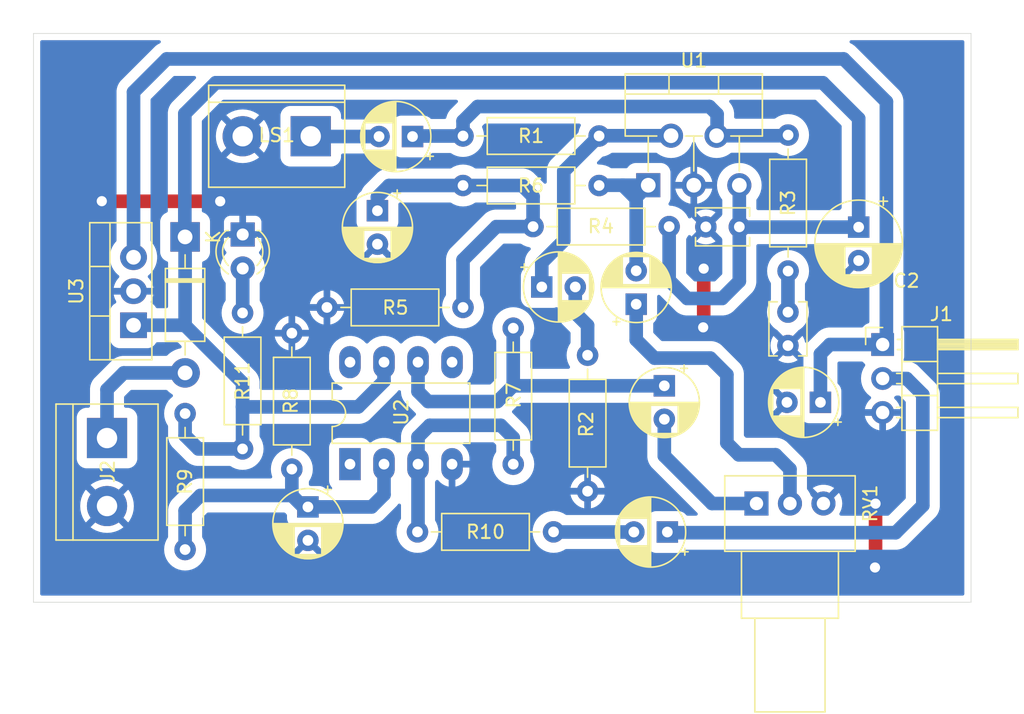
<source format=kicad_pcb>
(kicad_pcb (version 20240108) (generator "pcbnew") (generator_version "8.0")
  (layers (0 "F.Cu" signal) (31 "B.Cu" signal) (34 "B.Paste" user) (35 "F.Paste" user) (36 "B.SilkS" user "B.Silkscreen") (37 "F.SilkS" user "F.Silkscreen") (38 "B.Mask" user) (39 "F.Mask" user) (44 "Edge.Cuts" user))
  (net 0 "")
  (net 1 "Net-(U1--)")
  (net 2 "Net-(C1-Pad2)")
  (net 3 "GND")
  (net 4 "+12V")
  (net 5 "Net-(C4-Pad1)")
  (net 6 "Net-(C5-Pad1)")
  (net 7 "Net-(C6-Pad1)")
  (net 8 "Net-(C6-Pad2)")
  (net 9 "Net-(U1-+)")
  (net 10 "Net-(C7-Pad1)")
  (net 11 "Net-(C8-Pad2)")
  (net 12 "Net-(C8-Pad1)")
  (net 13 "Net-(U2--)")
  (net 14 "Net-(J1-Pin_2)")
  (net 15 "Net-(C10-Pad2)")
  (net 16 "+9V")
  (net 17 "Net-(D1-A)")
  (net 18 "Net-(D2-A)")
  (net 19 "Net-(U2-+)")
  (footprint "Capacitor_THT:CP_Radial_D5.0mm_P2.50mm" (layer "F.Cu") (at 173.3 80.2 180)
    (property "Reference" "C6" (hide yes))
    (property "Value" "1000uF")
    (pad "1" thru_hole rect (at 0 0 180) (size 1.6 1.6) (drill 0.8) (layers "*.Cu" "*.Mask") (net 7 "Net-(C6-Pad1)"))
    (pad "2" thru_hole circle (at 2.5 0 180) (size 1.6 1.6) (drill 0.8) (layers "*.Cu" "*.Mask") (net 8 "Net-(C6-Pad2)"))
  )
  (footprint "Resistor_THT:R_Axial_DIN0207_L6.3mm_D2.5mm_P10.16mm_Horizontal" (layer "F.Cu") (at 177.07 83.86)
    (property "Reference" "R6" (at 5.07 0.01 0) (layer "F.SilkS"))
    (property "Value" "22k")
    (pad "1" thru_hole circle (at 0 0) (size 1.6 1.6) (drill 0.8) (layers "*.Cu" "*.Mask") (net 5 "Net-(C4-Pad1)"))
    (pad "2" thru_hole oval (at 10.16 0) (size 1.6 1.6) (drill 0.8) (layers "*.Cu" "*.Mask") (net 9 "Net-(U1-+)"))
  )
  (footprint "Capacitor_THT:CP_Radial_D5.0mm_P2.50mm" (layer "F.Cu") (at 182.95 91.44)
    (property "Reference" "C1" (hide yes))
    (property "Value" "22uF")
    (pad "1" thru_hole rect (at 0 0) (size 1.6 1.6) (drill 0.8) (layers "*.Cu" "*.Mask") (net 1 "Net-(U1--)"))
    (pad "2" thru_hole circle (at 2.5 0) (size 1.6 1.6) (drill 0.8) (layers "*.Cu" "*.Mask") (net 2 "Net-(C1-Pad2)"))
  )
  (footprint "Resistor_THT:R_Axial_DIN0207_L6.3mm_D2.5mm_P10.16mm_Horizontal" (layer "F.Cu") (at 192.46 86.93 180)
    (property "Reference" "R4" (at 5.1 0.02 180) (layer "F.SilkS"))
    (property "Value" "22k")
    (pad "1" thru_hole circle (at 0 0 180) (size 1.6 1.6) (drill 0.8) (layers "*.Cu" "*.Mask") (net 4 "+12V"))
    (pad "2" thru_hole oval (at 10.16 0 180) (size 1.6 1.6) (drill 0.8) (layers "*.Cu" "*.Mask") (net 5 "Net-(C4-Pad1)"))
  )
  (footprint "Resistor_THT:R_Axial_DIN0207_L6.3mm_D2.5mm_P10.16mm_Horizontal" (layer "F.Cu") (at 180.82 104.68 90)
    (property "Reference" "R7" (at 5.14 0.04 270) (layer "F.SilkS"))
    (property "Value" "100k")
    (pad "1" thru_hole circle (at 0 0 90) (size 1.6 1.6) (drill 0.8) (layers "*.Cu" "*.Mask") (net 19 "Net-(U2-+)"))
    (pad "2" thru_hole oval (at 10.16 0 90) (size 1.6 1.6) (drill 0.8) (layers "*.Cu" "*.Mask") (net 12 "Net-(C8-Pad1)"))
  )
  (footprint "Resistor_THT:R_Axial_DIN0207_L6.3mm_D2.5mm_P10.16mm_Horizontal" (layer "F.Cu") (at 183.83 109.74 180)
    (property "Reference" "R10" (at 5.08 0 180) (layer "F.SilkS"))
    (property "Value" "22k")
    (pad "1" thru_hole circle (at 0 0 180) (size 1.6 1.6) (drill 0.8) (layers "*.Cu" "*.Mask") (net 15 "Net-(C10-Pad2)"))
    (pad "2" thru_hole oval (at 10.16 0 180) (size 1.6 1.6) (drill 0.8) (layers "*.Cu" "*.Mask") (net 19 "Net-(U2-+)"))
  )
  (footprint "Capacitor_THT:CP_Radial_D5.0mm_P2.50mm" (layer "F.Cu") (at 190 92.73 90)
    (property "Reference" "C7" (hide yes))
    (property "Value" "2.2uF")
    (pad "1" thru_hole rect (at 0 0 90) (size 1.6 1.6) (drill 0.8) (layers "*.Cu" "*.Mask") (net 10 "Net-(C7-Pad1)"))
    (pad "2" thru_hole circle (at 2.5 0 90) (size 1.6 1.6) (drill 0.8) (layers "*.Cu" "*.Mask") (net 9 "Net-(U1-+)"))
  )
  (footprint "Connector_PinHeader_2.54mm:PinHeader_1x03_P2.54mm_Horizontal" (layer "F.Cu") (at 208.4 95.74)
    (property "Reference" "J1" (at 4.385 -2.27 0) (layer "F.SilkS"))
    (property "Value" "MIC")
    (pad "1" thru_hole rect (at 0 0) (size 1.7 1.7) (drill 1) (layers "*.Cu" "*.Mask") (net 16 "+9V"))
    (pad "2" thru_hole oval (at 0 2.54) (size 1.7 1.7) (drill 1) (layers "*.Cu" "*.Mask") (net 14 "Net-(J1-Pin_2)"))
    (pad "3" thru_hole oval (at 0 5.08) (size 1.7 1.7) (drill 1) (layers "*.Cu" "*.Mask") (net 3 "GND"))
  )
  (footprint "Resistor_THT:R_Axial_DIN0207_L6.3mm_D2.5mm_P10.16mm_Horizontal" (layer "F.Cu") (at 156.32 100.9 -90)
    (property "Reference" "R9" (at 5.08 0 90) (layer "F.SilkS"))
    (property "Value" "47k")
    (pad "1" thru_hole circle (at 0 0 270) (size 1.6 1.6) (drill 0.8) (layers "*.Cu" "*.Mask") (net 4 "+12V"))
    (pad "2" thru_hole oval (at 10.16 0 270) (size 1.6 1.6) (drill 0.8) (layers "*.Cu" "*.Mask") (net 13 "Net-(U2--)"))
  )
  (footprint "Resistor_THT:R_Axial_DIN0207_L6.3mm_D2.5mm_P10.16mm_Horizontal" (layer "F.Cu") (at 186.37 96.54 -90)
    (property "Reference" "R2" (at 5.16 0.1 90) (layer "F.SilkS"))
    (property "Value" "680")
    (pad "1" thru_hole circle (at 0 0 270) (size 1.6 1.6) (drill 0.8) (layers "*.Cu" "*.Mask") (net 2 "Net-(C1-Pad2)"))
    (pad "2" thru_hole oval (at 10.16 0 270) (size 1.6 1.6) (drill 0.8) (layers "*.Cu" "*.Mask") (net 3 "GND"))
  )
  (footprint "Resistor_THT:R_Axial_DIN0207_L6.3mm_D2.5mm_P10.16mm_Horizontal" (layer "F.Cu") (at 160.61 93.38 -90)
    (property "Reference" "R11" (at 5.11 0 90) (layer "F.SilkS"))
    (property "Value" "1k")
    (pad "1" thru_hole circle (at 0 0 270) (size 1.6 1.6) (drill 0.8) (layers "*.Cu" "*.Mask") (net 18 "Net-(D2-A)"))
    (pad "2" thru_hole oval (at 10.16 0 270) (size 1.6 1.6) (drill 0.8) (layers "*.Cu" "*.Mask") (net 4 "+12V"))
  )
  (footprint "Capacitor_THT:C_Disc_D3.8mm_W2.6mm_P2.50mm" (layer "F.Cu") (at 195.2 86.95)
    (property "Reference" "C3" (hide yes))
    (property "Value" "100nF")
    (pad "1" thru_hole circle (at 0 0) (size 1.6 1.6) (drill 0.8) (layers "*.Cu" "*.Mask") (net 3 "GND"))
    (pad "2" thru_hole circle (at 2.5 0) (size 1.6 1.6) (drill 0.8) (layers "*.Cu" "*.Mask") (net 4 "+12V"))
  )
  (footprint "Capacitor_THT:CP_Radial_D5.0mm_P2.50mm" (layer "F.Cu") (at 170.68 85.744888 -90)
    (property "Reference" "C4" (hide yes))
    (property "Value" "100uF")
    (pad "1" thru_hole rect (at 0 0 270) (size 1.6 1.6) (drill 0.8) (layers "*.Cu" "*.Mask") (net 5 "Net-(C4-Pad1)"))
    (pad "2" thru_hole circle (at 2.5 0 270) (size 1.6 1.6) (drill 0.8) (layers "*.Cu" "*.Mask") (net 3 "GND"))
  )
  (footprint "Capacitor_THT:CP_Radial_D6.3mm_P2.50mm" (layer "F.Cu") (at 206.61 86.97 -90)
    (property "Reference" "C2" (at 4.01 -3.57 180) (layer "F.SilkS"))
    (property "Value" "1000uF")
    (pad "1" thru_hole rect (at 0 0 270) (size 1.6 1.6) (drill 0.8) (layers "*.Cu" "*.Mask") (net 4 "+12V"))
    (pad "2" thru_hole circle (at 2.5 0 270) (size 1.6 1.6) (drill 0.8) (layers "*.Cu" "*.Mask") (net 3 "GND"))
  )
  (footprint "Resistor_THT:R_Axial_DIN0207_L6.3mm_D2.5mm_P10.16mm_Horizontal" (layer "F.Cu") (at 177.07 92.97 180)
    (property "Reference" "R5" (at 5.05 -0.02 180) (layer "F.SilkS"))
    (property "Value" "22k")
    (pad "1" thru_hole circle (at 0 0 180) (size 1.6 1.6) (drill 0.8) (layers "*.Cu" "*.Mask") (net 5 "Net-(C4-Pad1)"))
    (pad "2" thru_hole oval (at 10.16 0 180) (size 1.6 1.6) (drill 0.8) (layers "*.Cu" "*.Mask") (net 3 "GND"))
  )
  (footprint "Resistor_THT:R_Axial_DIN0207_L6.3mm_D2.5mm_P10.16mm_Horizontal" (layer "F.Cu") (at 177.07 80.16)
    (property "Reference" "R1" (at 5.08 0 360) (layer "F.SilkS"))
    (property "Value" "22k")
    (pad "1" thru_hole circle (at 0 0) (size 1.6 1.6) (drill 0.8) (layers "*.Cu" "*.Mask") (net 7 "Net-(C6-Pad1)"))
    (pad "2" thru_hole oval (at 10.16 0) (size 1.6 1.6) (drill 0.8) (layers "*.Cu" "*.Mask") (net 1 "Net-(U1--)"))
  )
  (footprint "Capacitor_THT:CP_Radial_D5.0mm_P2.50mm" (layer "F.Cu") (at 165.49 107.874887 -90)
    (property "Reference" "C9" (hide yes))
    (property "Value" "0.1uF")
    (pad "1" thru_hole rect (at 0 0 270) (size 1.6 1.6) (drill 0.8) (layers "*.Cu" "*.Mask") (net 13 "Net-(U2--)"))
    (pad "2" thru_hole circle (at 2.5 0 270) (size 1.6 1.6) (drill 0.8) (layers "*.Cu" "*.Mask") (net 3 "GND"))
  )
  (footprint "Package_TO_SOT_THT:TO-220-3_Vertical" (layer "F.Cu") (at 152.47 94.3 90)
    (property "Reference" "U3" (at 2.54 -4.27 270) (layer "F.SilkS"))
    (property "Value" "LM7809_TO220")
    (pad "1" thru_hole rect (at 0 0 90) (size 1.905 2) (drill 1.1) (layers "*.Cu" "*.Mask") (net 4 "+12V"))
    (pad "2" thru_hole oval (at 2.54 0 90) (size 1.905 2) (drill 1.1) (layers "*.Cu" "*.Mask") (net 3 "GND"))
    (pad "3" thru_hole oval (at 5.08 0 90) (size 1.905 2) (drill 1.1) (layers "*.Cu" "*.Mask") (net 16 "+9V"))
  )
  (footprint "Resistor_THT:R_Axial_DIN0207_L6.3mm_D2.5mm_P10.16mm_Horizontal" (layer "F.Cu") (at 201.34 80.09 -90)
    (property "Reference" "R3" (at 5.08 0 90) (layer "F.SilkS"))
    (property "Value" "2.2")
    (pad "1" thru_hole circle (at 0 0 270) (size 1.6 1.6) (drill 0.8) (layers "*.Cu" "*.Mask") (net 7 "Net-(C6-Pad1)"))
    (pad "2" thru_hole oval (at 10.16 0 270) (size 1.6 1.6) (drill 0.8) (layers "*.Cu" "*.Mask") (net 6 "Net-(C5-Pad1)"))
  )
  (footprint "Package_TO_SOT_THT:TO-220-5_P3.4x3.7mm_StaggerOdd_Lead3.8mm_Vertical" (layer "F.Cu") (at 190.9 83.84)
    (property "Reference" "U1" (at 3.4 -9.32 0) (layer "F.SilkS"))
    (property "Value" "TDA2050")
    (pad "1" thru_hole rect (at 0 0) (size 1.8 1.8) (drill 1.1) (layers "*.Cu" "*.Mask") (net 9 "Net-(U1-+)"))
    (pad "2" thru_hole oval (at 1.7 -3.7) (size 1.8 1.8) (drill 1.1) (layers "*.Cu" "*.Mask") (net 1 "Net-(U1--)"))
    (pad "3" thru_hole oval (at 3.4 0) (size 1.8 1.8) (drill 1.1) (layers "*.Cu" "*.Mask") (net 3 "GND"))
    (pad "4" thru_hole oval (at 5.1 -3.7) (size 1.8 1.8) (drill 1.1) (layers "*.Cu" "*.Mask") (net 7 "Net-(C6-Pad1)"))
    (pad "5" thru_hole oval (at 6.8 0) (size 1.8 1.8) (drill 1.1) (layers "*.Cu" "*.Mask") (net 4 "+12V"))
  )
  (footprint "Diode_THT:D_DO-41_SOD81_P10.16mm_Horizontal" (layer "F.Cu") (at 156.32 87.7 -90)
    (property "Reference" "D1" (hide yes))
    (property "Value" "1N4001")
    (fp_text user "K" (at 0 -2.1 90) (layer "F.SilkS"))
    (pad "1" thru_hole rect (at 0 0 270) (size 2.2 2.2) (drill 1.1) (layers "*.Cu" "*.Mask") (net 4 "+12V"))
    (pad "2" thru_hole oval (at 10.16 0 270) (size 2.2 2.2) (drill 1.1) (layers "*.Cu" "*.Mask") (net 17 "Net-(D1-A)"))
  )
  (footprint "Package_DIP:DIP-8_W7.62mm_LongPads" (layer "F.Cu") (at 168.63 104.68 90)
    (property "Reference" "U2" (at 3.88 3.83 270) (layer "F.SilkS"))
    (property "Value" "LM741")
    (pad "1" thru_hole rect (at 0 0 90) (size 2.4 1.6) (drill 0.8) (layers "*.Cu" "*.Mask"))
    (pad "2" thru_hole oval (at 0 2.54 90) (size 2.4 1.6) (drill 0.8) (layers "*.Cu" "*.Mask") (net 13 "Net-(U2--)"))
    (pad "3" thru_hole oval (at 0 5.08 90) (size 2.4 1.6) (drill 0.8) (layers "*.Cu" "*.Mask") (net 19 "Net-(U2-+)"))
    (pad "4" thru_hole oval (at 0 7.62 90) (size 2.4 1.6) (drill 0.8) (layers "*.Cu" "*.Mask") (net 3 "GND"))
    (pad "5" thru_hole oval (at 7.62 7.62 90) (size 2.4 1.6) (drill 0.8) (layers "*.Cu" "*.Mask"))
    (pad "6" thru_hole oval (at 7.62 5.08 90) (size 2.4 1.6) (drill 0.8) (layers "*.Cu" "*.Mask") (net 12 "Net-(C8-Pad1)"))
    (pad "7" thru_hole oval (at 7.62 2.54 90) (size 2.4 1.6) (drill 0.8) (layers "*.Cu" "*.Mask") (net 4 "+12V"))
    (pad "8" thru_hole oval (at 7.62 0 90) (size 2.4 1.6) (drill 0.8) (layers "*.Cu" "*.Mask"))
  )
  (footprint "LED_THT:LED_D3.0mm_Clear" (layer "F.Cu") (at 160.62 87.52 -90)
    (property "Reference" "D2" (hide yes))
    (property "Value" "LED")
    (pad "1" thru_hole rect (at 0 0 270) (size 1.8 1.8) (drill 0.9) (layers "*.Cu" "*.Mask") (net 3 "GND"))
    (pad "2" thru_hole circle (at 2.54 0 270) (size 1.8 1.8) (drill 0.9) (layers "*.Cu" "*.Mask") (net 18 "Net-(D2-A)"))
  )
  (footprint "Capacitor_THT:CP_Radial_D5.0mm_P2.50mm" (layer "F.Cu") (at 192.1 98.824888 -90)
    (property "Reference" "C8" (hide yes))
    (property "Value" "10uF")
    (pad "1" thru_hole rect (at 0 0 270) (size 1.6 1.6) (drill 0.8) (layers "*.Cu" "*.Mask") (net 12 "Net-(C8-Pad1)"))
    (pad "2" thru_hole circle (at 2.5 0 270) (size 1.6 1.6) (drill 0.8) (layers "*.Cu" "*.Mask") (net 11 "Net-(C8-Pad2)"))
  )
  (footprint "Capacitor_THT:C_Disc_D3.8mm_W2.6mm_P2.50mm" (layer "F.Cu") (at 201.33 93.32 -90)
    (property "Reference" "C5" (hide yes))
    (property "Value" "0.47uF")
    (pad "1" thru_hole circle (at 0 0 270) (size 1.6 1.6) (drill 0.8) (layers "*.Cu" "*.Mask") (net 6 "Net-(C5-Pad1)"))
    (pad "2" thru_hole circle (at 2.5 0 270) (size 1.6 1.6) (drill 0.8) (layers "*.Cu" "*.Mask") (net 3 "GND"))
  )
  (footprint "Capacitor_THT:CP_Radial_D5.0mm_P2.50mm" (layer "F.Cu") (at 192.325113 109.75 180)
    (property "Reference" "C10" (hide yes))
    (property "Value" "0.1uF")
    (pad "1" thru_hole rect (at 0 0 180) (size 1.6 1.6) (drill 0.8) (layers "*.Cu" "*.Mask") (net 14 "Net-(J1-Pin_2)"))
    (pad "2" thru_hole circle (at 2.5 0 180) (size 1.6 1.6) (drill 0.8) (layers "*.Cu" "*.Mask") (net 15 "Net-(C10-Pad2)"))
  )
  (footprint "TerminalBlock:TerminalBlock_bornier-2_P5.08mm" (layer "F.Cu") (at 150.49 102.73 -90)
    (property "Reference" "J2" (at 2.5 -0.06 90) (layer "F.SilkS"))
    (property "Value" "Power")
    (pad "1" thru_hole rect (at 0 0 270) (size 3 3) (drill 1.52) (layers "*.Cu" "*.Mask") (net 17 "Net-(D1-A)"))
    (pad "2" thru_hole circle (at 5.08 0 270) (size 3 3) (drill 1.52) (layers "*.Cu" "*.Mask") (net 3 "GND"))
  )
  (footprint "TerminalBlock:TerminalBlock_bornier-2_P5.08mm" (layer "F.Cu") (at 165.7 80.18 180)
    (property "Reference" "LS1" (at 2.54 0.08 180) (layer "F.SilkS"))
    (property "Value" "Speaker")
    (pad "1" thru_hole rect (at 0 0 180) (size 3 3) (drill 1.52) (layers "*.Cu" "*.Mask") (net 8 "Net-(C6-Pad2)"))
    (pad "2" thru_hole circle (at 5.08 0 180) (size 3 3) (drill 1.52) (layers "*.Cu" "*.Mask") (net 3 "GND"))
  )
  (footprint "Capacitor_THT:CP_Radial_D5.0mm_P2.50mm" (layer "F.Cu") (at 203.755113 100.06 180)
    (property "Reference" "C11" (hide yes))
    (property "Value" "100uF")
    (pad "1" thru_hole rect (at 0 0 180) (size 1.6 1.6) (drill 0.8) (layers "*.Cu" "*.Mask") (net 16 "+9V"))
    (pad "2" thru_hole circle (at 2.5 0 180) (size 1.6 1.6) (drill 0.8) (layers "*.Cu" "*.Mask") (net 3 "GND"))
  )
  (footprint "Potentiometer_THT:Potentiometer_Alps_RK09Y11_Single_Horizontal" (layer "F.Cu") (at 198.98 107.62 90)
    (property "Reference" "RV1" (at 0 8.5 -90) (layer "F.SilkS"))
    (property "Value" "10k")
    (pad "1" thru_hole rect (at 0 0 270) (size 1.8 1.8) (drill 1) (layers "*.Cu" "*.Mask") (net 11 "Net-(C8-Pad2)"))
    (pad "2" thru_hole circle (at 0 2.5 270) (size 1.8 1.8) (drill 1) (layers "*.Cu" "*.Mask") (net 10 "Net-(C7-Pad1)"))
    (pad "3" thru_hole circle (at 0 5 270) (size 1.8 1.8) (drill 1) (layers "*.Cu" "*.Mask") (net 3 "GND"))
  )
  (footprint "Resistor_THT:R_Axial_DIN0207_L6.3mm_D2.5mm_P10.16mm_Horizontal" (layer "F.Cu") (at 164.29 105.05 90)
    (property "Reference" "R8" (at 5.09 -0.08 270) (layer "F.SilkS"))
    (property "Value" "47k")
    (pad "1" thru_hole circle (at 0 0 90) (size 1.6 1.6) (drill 0.8) (layers "*.Cu" "*.Mask") (net 13 "Net-(U2--)"))
    (pad "2" thru_hole oval (at 10.16 0 90) (size 1.6 1.6) (drill 0.8) (layers "*.Cu" "*.Mask") (net 3 "GND"))
  )
  (gr_line (start 215 115) (end 145 115) (stroke (width 0.05)) (layer "Edge.Cuts"))
  (gr_line (start 215 72.5) (end 215 115) (stroke (width 0.05)) (layer "Edge.Cuts"))
  (gr_line (start 145 72.5) (end 215 72.5) (stroke (width 0.05)) (layer "Edge.Cuts"))
  (gr_line (start 145 115) (end 145 72.5) (stroke (width 0.05)) (layer "Edge.Cuts"))
  (segment (start 184.592577 87.981423) (end 182.95 89.624) (width 1.016) (layer "B.Cu") (net 1))
  (segment (start 182.95 89.624) (end 182.95 91.44) (width 1.016) (layer "B.Cu") (net 1))
  (segment (start 187.23 80.16) (end 184.592577 82.797423) (width 1.016) (layer "B.Cu") (net 1))
  (segment (start 187.25 80.14) (end 187.23 80.16) (width 1.016) (layer "B.Cu") (net 1))
  (segment (start 184.592577 82.797423) (end 184.592577 87.981423) (width 1.016) (layer "B.Cu") (net 1))
  (segment (start 192.6 80.14) (end 187.25 80.14) (width 1.016) (layer "B.Cu") (net 1))
  (segment (start 185.45 91.44) (end 185.45 93.39) (width 1.016) (layer "B.Cu") (net 2))
  (segment (start 186.37 94.31) (end 186.37 96.54) (width 1.016) (layer "B.Cu") (net 2))
  (segment (start 186.38 96.53) (end 186.37 96.54) (width 1.016) (layer "B.Cu") (net 2))
  (segment (start 185.45 93.39) (end 186.37 94.31) (width 1.016) (layer "B.Cu") (net 2))
  (segment (start 195.04 90.07) (end 195.04 94.419) (width 1.016) (layer "F.Cu") (net 3))
  (segment (start 207.87 107.63) (end 207.87 112.36) (width 1.016) (layer "F.Cu") (net 3))
  (segment (start 195.04 94.419) (end 195 94.459) (width 1.016) (layer "F.Cu") (net 3))
  (segment (start 150.11 85.04) (end 150.1 85.03) (width 1.016) (layer "F.Cu") (net 3))
  (segment (start 207.87 112.36) (end 207.83 112.4) (width 1.016) (layer "F.Cu") (net 3))
  (segment (start 158.94 85.04) (end 150.11 85.04) (width 1.016) (layer "F.Cu") (net 3))
  (via (at 195 94.459) (size 1.778) (drill 0.762) (layers "F.Cu" "B.Cu") (net 3))
  (via (at 207.83 112.4) (size 1.778) (drill 0.762) (layers "F.Cu" "B.Cu") (net 3))
  (via (at 195.04 90.07) (size 1.778) (drill 0.762) (layers "F.Cu" "B.Cu") (net 3))
  (via (at 150.1 85.03) (size 1.778) (drill 0.762) (layers "F.Cu" "B.Cu") (net 3))
  (via (at 158.94 85.04) (size 1.778) (drill 0.762) (layers "F.Cu" "B.Cu") (net 3))
  (via (at 207.87 107.63) (size 1.778) (drill 0.762) (layers "F.Cu" "B.Cu") (net 3))
  (segment (start 160.61 100.4) (end 160.61 103.54) (width 1.016) (layer "B.Cu") (net 4))
  (segment (start 171.17 97.06) (end 171.17 98.476) (width 1.016) (layer "B.Cu") (net 4))
  (segment (start 156.3 78.49) (end 156.3 87.68) (width 1.016) (layer "B.Cu") (net 4))
  (segment (start 197.72 86.97) (end 197.7 86.95) (width 1.016) (layer "B.Cu") (net 4))
  (segment (start 192.46 90.95) (end 193.81 92.3) (width 1.016) (layer "B.Cu") (net 4))
  (segment (start 158.608 76.182) (end 156.3 78.49) (width 1.016) (layer "B.Cu") (net 4))
  (segment (start 196.41 92.3) (end 197.7 91.01) (width 1.016) (layer "B.Cu") (net 4))
  (segment (start 156.3 94.3) (end 152.47 94.3) (width 1.016) (layer "B.Cu") (net 4))
  (segment (start 206.61 78.86) (end 203.932 76.182) (width 1.016) (layer "B.Cu") (net 4))
  (segment (start 160.61 103.54) (end 157.31 103.54) (width 1.016) (layer "B.Cu") (net 4))
  (segment (start 160.61 98.61) (end 160.61 100.4) (width 1.016) (layer "B.Cu") (net 4))
  (segment (start 156.42 94.42) (end 156.32 94.32) (width 1.016) (layer "B.Cu") (net 4))
  (segment (start 206.61 86.97) (end 197.72 86.97) (width 1.016) (layer "B.Cu") (net 4))
  (segment (start 156.42 94.42) (end 160.61 98.61) (width 1.016) (layer "B.Cu") (net 4))
  (segment (start 193.81 92.3) (end 196.41 92.3) (width 1.016) (layer "B.Cu") (net 4))
  (segment (start 171.17 98.476) (end 169.246 100.4) (width 1.016) (layer "B.Cu") (net 4))
  (segment (start 206.61 86.97) (end 206.61 78.86) (width 1.016) (layer "B.Cu") (net 4))
  (segment (start 156.32 94.32) (end 156.32 87.7) (width 1.016) (layer "B.Cu") (net 4))
  (segment (start 156.32 94.32) (end 156.3 94.3) (width 1.016) (layer "B.Cu") (net 4))
  (segment (start 192.46 86.93) (end 192.46 90.95) (width 1.016) (layer "B.Cu") (net 4))
  (segment (start 197.7 91.01) (end 197.7 86.95) (width 1.016) (layer "B.Cu") (net 4))
  (segment (start 203.932 76.182) (end 158.608 76.182) (width 1.016) (layer "B.Cu") (net 4))
  (segment (start 156.32 102.55) (end 156.32 100.9) (width 1.016) (layer "B.Cu") (net 4))
  (segment (start 156.3 87.68) (end 156.32 87.7) (width 1.016) (layer "B.Cu") (net 4))
  (segment (start 197.7 83.84) (end 197.7 86.95) (width 1.016) (layer "B.Cu") (net 4))
  (segment (start 169.246 100.4) (end 160.61 100.4) (width 1.016) (layer "B.Cu") (net 4))
  (segment (start 157.31 103.54) (end 156.32 102.55) (width 1.016) (layer "B.Cu") (net 4))
  (segment (start 177.07 83.86) (end 171.54 83.86) (width 1.016) (layer "B.Cu") (net 5))
  (segment (start 177.05 92.95) (end 177.07 92.97) (width 1.016) (layer "B.Cu") (net 5))
  (segment (start 182.3 86.93) (end 179.56 86.93) (width 1.016) (layer "B.Cu") (net 5))
  (segment (start 182.3 84.68) (end 182.3 86.93) (width 1.016) (layer "B.Cu") (net 5))
  (segment (start 179.56 86.93) (end 177.07 89.42) (width 1.016) (layer "B.Cu") (net 5))
  (segment (start 177.07 83.86) (end 181.48 83.86) (width 1.016) (layer "B.Cu") (net 5))
  (segment (start 170.68 84.72) (end 170.68 85.744888) (width 1.016) (layer "B.Cu") (net 5))
  (segment (start 177.07 89.42) (end 177.07 92.97) (width 1.016) (layer "B.Cu") (net 5))
  (segment (start 171.54 83.86) (end 170.68 84.72) (width 1.016) (layer "B.Cu") (net 5))
  (segment (start 181.48 83.86) (end 182.3 84.68) (width 1.016) (layer "B.Cu") (net 5))
  (segment (start 201.35 90.26) (end 201.34 90.25) (width 1.016) (layer "B.Cu") (net 6))
  (segment (start 201.33 90.26) (end 201.34 90.25) (width 1.016) (layer "B.Cu") (net 6))
  (segment (start 201.33 93.32) (end 201.33 90.26) (width 1.016) (layer "B.Cu") (net 6))
  (segment (start 201.29 80.14) (end 201.34 80.09) (width 1.016) (layer "B.Cu") (net 7))
  (segment (start 195.47 77.96) (end 178.16 77.96) (width 1.016) (layer "B.Cu") (net 7))
  (segment (start 196 80.14) (end 201.29 80.14) (width 1.016) (layer "B.Cu") (net 7))
  (segment (start 173.34 80.16) (end 173.3 80.2) (width 1.016) (layer "B.Cu") (net 7))
  (segment (start 177.07 79.05) (end 177.07 80.16) (width 1.016) (layer "B.Cu") (net 7))
  (segment (start 178.16 77.96) (end 177.07 79.05) (width 1.016) (layer "B.Cu") (net 7))
  (segment (start 177.07 80.16) (end 173.34 80.16) (width 1.016) (layer "B.Cu") (net 7))
  (segment (start 196 80.14) (end 196.04 80.1) (width 1.016) (layer "B.Cu") (net 7))
  (segment (start 196.04 80.1) (end 196.04 78.53) (width 1.016) (layer "B.Cu") (net 7))
  (segment (start 196.04 78.53) (end 195.47 77.96) (width 1.016) (layer "B.Cu") (net 7))
  (segment (start 165.72 80.2) (end 165.7 80.18) (width 1.016) (layer "B.Cu") (net 8))
  (segment (start 170.8 80.2) (end 165.72 80.2) (width 1.016) (layer "B.Cu") (net 8))
  (segment (start 190.9 83.84) (end 188.99 83.84) (width 1.016) (layer "B.Cu") (net 9))
  (segment (start 190 84.74) (end 189.89 84.74) (width 1.016) (layer "B.Cu") (net 9))
  (segment (start 189.89 84.74) (end 188.99 83.84) (width 1.016) (layer "B.Cu") (net 9))
  (segment (start 190 90.23) (end 190 84.74) (width 1.016) (layer "B.Cu") (net 9))
  (segment (start 188.99 83.84) (end 187.25 83.84) (width 1.016) (layer "B.Cu") (net 9))
  (segment (start 190 84.74) (end 190.9 83.84) (width 1.016) (layer "B.Cu") (net 9))
  (segment (start 187.25 83.84) (end 187.23 83.86) (width 1.016) (layer "B.Cu") (net 9))
  (segment (start 196.77 103.09) (end 197.66 103.98) (width 1.016) (layer "B.Cu") (net 10))
  (segment (start 191.364888 96.754888) (end 195.534888 96.754888) (width 1.016) (layer "B.Cu") (net 10))
  (segment (start 197.66 103.98) (end 200.41 103.98) (width 1.016) (layer "B.Cu") (net 10))
  (segment (start 195.534888 96.754888) (end 196.77 97.99) (width 1.016) (layer "B.Cu") (net 10))
  (segment (start 201.48 105.05) (end 201.48 107.62) (width 1.016) (layer "B.Cu") (net 10))
  (segment (start 190 92.73) (end 190 95.39) (width 1.016) (layer "B.Cu") (net 10))
  (segment (start 190 95.39) (end 191.364888 96.754888) (width 1.016) (layer "B.Cu") (net 10))
  (segment (start 196.77 97.99) (end 196.77 103.09) (width 1.016) (layer "B.Cu") (net 10))
  (segment (start 200.41 103.98) (end 201.48 105.05) (width 1.016) (layer "B.Cu") (net 10))
  (segment (start 192.1 104.06) (end 192.1 101.324888) (width 1.016) (layer "B.Cu") (net 11))
  (segment (start 195.66 107.62) (end 192.1 104.06) (width 1.016) (layer "B.Cu") (net 11))
  (segment (start 198.98 107.62) (end 195.66 107.62) (width 1.016) (layer "B.Cu") (net 11))
  (segment (start 192.1 98.824888) (end 180.824888 98.824888) (width 1.016) (layer "B.Cu") (net 12))
  (segment (start 179.64 100) (end 180.82 98.82) (width 1.016) (layer "B.Cu") (net 12))
  (segment (start 174.46 100) (end 179.64 100) (width 1.016) (layer "B.Cu") (net 12))
  (segment (start 173.71 99.25) (end 174.46 100) (width 1.016) (layer "B.Cu") (net 12))
  (segment (start 173.71 97.06) (end 173.71 99.25) (width 1.016) (layer "B.Cu") (net 12))
  (segment (start 180.82 98.82) (end 180.82 94.52) (width 1.016) (layer "B.Cu") (net 12))
  (segment (start 180.824888 98.824888) (end 180.82 98.82) (width 1.016) (layer "B.Cu") (net 12))
  (segment (start 171.17 106.95) (end 170.245113 107.874887) (width 1.016) (layer "B.Cu") (net 13))
  (segment (start 164.29 107.02) (end 164.29 105.05) (width 1.016) (layer "B.Cu") (net 13))
  (segment (start 156.32 108.16) (end 156.32 111.06) (width 1.016) (layer "B.Cu") (net 13))
  (segment (start 165.52 107.844887) (end 165.49 107.874887) (width 1.016) (layer "B.Cu") (net 13))
  (segment (start 157.46 107.02) (end 156.32 108.16) (width 1.016) (layer "B.Cu") (net 13))
  (segment (start 171.17 104.68) (end 171.17 106.95) (width 1.016) (layer "B.Cu") (net 13))
  (segment (start 165.144887 107.874887) (end 164.29 107.02) (width 1.016) (layer "B.Cu") (net 13))
  (segment (start 165.49 107.874887) (end 165.144887 107.874887) (width 1.016) (layer "B.Cu") (net 13))
  (segment (start 164.29 107.02) (end 157.46 107.02) (width 1.016) (layer "B.Cu") (net 13))
  (segment (start 170.245113 107.874887) (end 165.49 107.874887) (width 1.016) (layer "B.Cu") (net 13))
  (segment (start 211.4 107.77) (end 209.37 109.8) (width 1.016) (layer "B.Cu") (net 14))
  (segment (start 208.4 98.28) (end 210.19 98.28) (width 1.016) (layer "B.Cu") (net 14))
  (segment (start 210.19 98.28) (end 211.4 99.49) (width 1.016) (layer "B.Cu") (net 14))
  (segment (start 192.425113 109.8) (end 192.235113 109.61) (width 1.016) (layer "B.Cu") (net 14))
  (segment (start 209.37 109.8) (end 192.425113 109.8) (width 1.016) (layer "B.Cu") (net 14))
  (segment (start 211.4 99.49) (end 211.4 107.77) (width 1.016) (layer "B.Cu") (net 14))
  (segment (start 183.84 109.75) (end 183.83 109.74) (width 1.016) (layer "B.Cu") (net 15))
  (segment (start 189.825113 109.75) (end 183.84 109.75) (width 1.016) (layer "B.Cu") (net 15))
  (segment (start 154.946 74.404) (end 152.47 76.88) (width 1.016) (layer "B.Cu") (net 16))
  (segment (start 208.4 95.74) (end 208.68 95.46) (width 1.016) (layer "B.Cu") (net 16))
  (segment (start 208.68 95.46) (end 208.68 77.595528) (width 1.016) (layer "B.Cu") (net 16))
  (segment (start 208.4 95.74) (end 204.46 95.74) (width 1.016) (layer "B.Cu") (net 16))
  (segment (start 204.46 95.74) (end 203.755113 96.444887) (width 1.016) (layer "B.Cu") (net 16))
  (segment (start 208.68 77.595528) (end 205.488472 74.404) (width 1.016) (layer "B.Cu") (net 16))
  (segment (start 205.488472 74.404) (end 154.946 74.404) (width 1.016) (layer "B.Cu") (net 16))
  (segment (start 203.755113 96.444887) (end 203.755113 100.06) (width 1.016) (layer "B.Cu") (net 16))
  (segment (start 152.47 76.88) (end 152.47 89.22) (width 1.016) (layer "B.Cu") (net 16))
  (segment (start 150.49 99.11) (end 150.49 102.73) (width 1.016) (layer "B.Cu") (net 17))
  (segment (start 156.32 97.86) (end 151.74 97.86) (width 1.016) (layer "B.Cu") (net 17))
  (segment (start 151.74 97.86) (end 150.49 99.11) (width 1.016) (layer "B.Cu") (net 17))
  (segment (start 160.62 90.06) (end 160.62 93.37) (width 1.016) (layer "B.Cu") (net 18))
  (segment (start 160.62 93.37) (end 160.61 93.38) (width 1.016) (layer "B.Cu") (net 18))
  (segment (start 179.888 101.778) (end 180.82 102.71) (width 1.016) (layer "B.Cu") (net 19))
  (segment (start 173.71 104.68) (end 173.71 102.65) (width 1.016) (layer "B.Cu") (net 19))
  (segment (start 173.71 109.57) (end 173.68 109.6) (width 1.016) (layer "B.Cu") (net 19))
  (segment (start 180.82 102.71) (end 180.82 104.68) (width 1.016) (layer "B.Cu") (net 19))
  (segment (start 173.71 102.65) (end 174.582 101.778) (width 1.016) (layer "B.Cu") (net 19))
  (segment (start 173.71 104.68) (end 173.71 109.57) (width 1.016) (layer "B.Cu") (net 19))
  (segment (start 174.582 101.778) (end 179.888 101.778) (width 1.016) (layer "B.Cu") (net 19))
  (zone (net 3) (net_name "GND") (layer "B.Cu") (connect_pads (clearance 0.5)) (min_thickness 0.25) (fill yes (thermal_gap 0.5) (thermal_bridge_width 0.5))
    (polygon (pts (xy 142.5 70) (xy 217.5 70) (xy 217.5 117.5) (xy 142.5 117.5)))
  )
)
</source>
